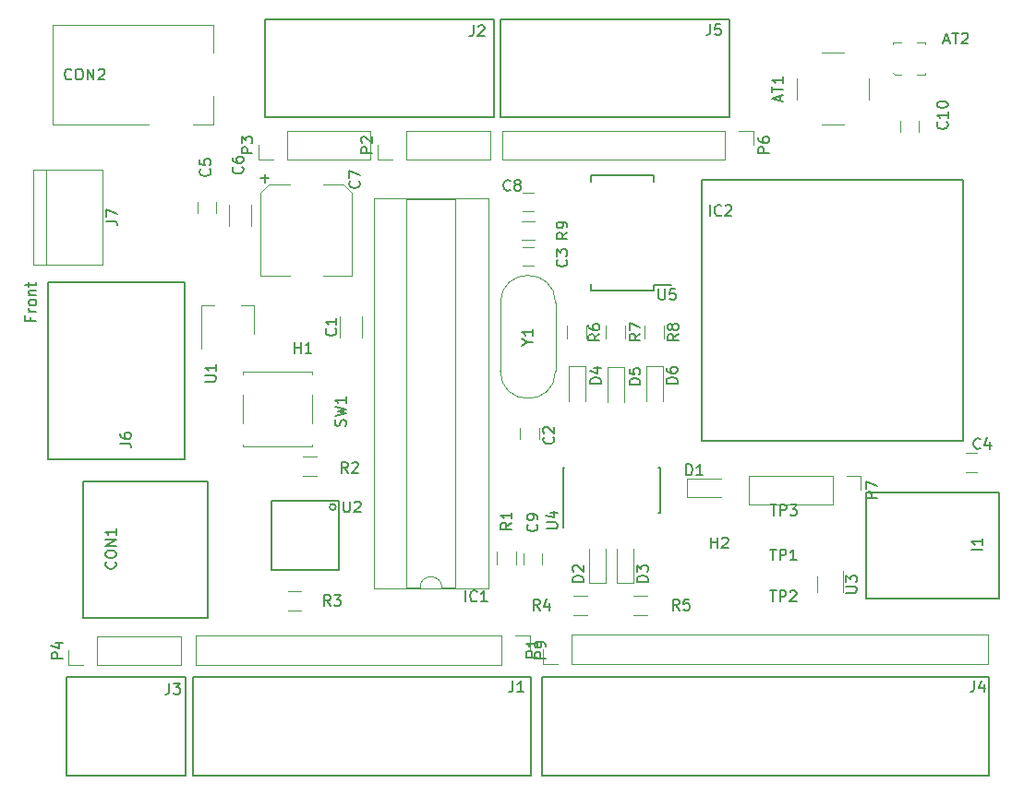
<source format=gto>
G04 #@! TF.GenerationSoftware,KiCad,Pcbnew,(5.1.2)-2*
G04 #@! TF.CreationDate,2019-11-01T20:16:41+11:00*
G04 #@! TF.ProjectId,BoSL_GSP,426f534c-5f47-4535-902e-6b696361645f,0.3*
G04 #@! TF.SameCoordinates,Original*
G04 #@! TF.FileFunction,Legend,Top*
G04 #@! TF.FilePolarity,Positive*
%FSLAX46Y46*%
G04 Gerber Fmt 4.6, Leading zero omitted, Abs format (unit mm)*
G04 Created by KiCad (PCBNEW (5.1.2)-2) date 2019-11-01 20:16:41*
%MOMM*%
%LPD*%
G04 APERTURE LIST*
%ADD10C,0.150000*%
%ADD11C,0.120000*%
G04 APERTURE END LIST*
D10*
X151950000Y-108475000D02*
X151975000Y-108475000D01*
X151950000Y-104325000D02*
X152065000Y-104325000D01*
X160850000Y-104325000D02*
X160735000Y-104325000D01*
X160850000Y-108475000D02*
X160735000Y-108475000D01*
X151950000Y-108475000D02*
X151950000Y-104325000D01*
X160850000Y-108475000D02*
X160850000Y-104325000D01*
X151975000Y-108475000D02*
X151975000Y-109850000D01*
X117250000Y-87380000D02*
X109000000Y-87380000D01*
X117250000Y-103630000D02*
X117250000Y-87380000D01*
X109000000Y-103630000D02*
X117250000Y-103630000D01*
X104750000Y-103630000D02*
X109000000Y-103630000D01*
X104750000Y-87380000D02*
X104750000Y-103630000D01*
X109000000Y-87380000D02*
X104750000Y-87380000D01*
D11*
X146430000Y-73420000D02*
X146430000Y-76080000D01*
X166810000Y-73420000D02*
X146430000Y-73420000D01*
X166810000Y-76080000D02*
X146430000Y-76080000D01*
X166810000Y-73420000D02*
X166810000Y-76080000D01*
X168080000Y-73420000D02*
X169410000Y-73420000D01*
X169410000Y-73420000D02*
X169410000Y-74750000D01*
X190900000Y-122350000D02*
X190900000Y-119690000D01*
X152740000Y-122350000D02*
X190900000Y-122350000D01*
X152740000Y-119690000D02*
X190900000Y-119690000D01*
X152740000Y-122350000D02*
X152740000Y-119690000D01*
X151470000Y-122350000D02*
X150140000Y-122350000D01*
X150140000Y-122350000D02*
X150140000Y-121020000D01*
X161222000Y-91340000D02*
X161222000Y-92540000D01*
X159462000Y-92540000D02*
X159462000Y-91340000D01*
X157666000Y-91340000D02*
X157666000Y-92540000D01*
X155906000Y-92540000D02*
X155906000Y-91340000D01*
X154110000Y-91340000D02*
X154110000Y-92540000D01*
X152350000Y-92540000D02*
X152350000Y-91340000D01*
D10*
X108000000Y-111800000D02*
X108000000Y-118200000D01*
X108000000Y-118200000D02*
X119400000Y-118200000D01*
X119400000Y-105600000D02*
X108000000Y-105600000D01*
X108000000Y-105600000D02*
X108000000Y-112000000D01*
X119400000Y-105600000D02*
X119400000Y-118200000D01*
X164690000Y-101920000D02*
X164690000Y-77920000D01*
X188690000Y-101920000D02*
X164690000Y-101920000D01*
X188690000Y-77920000D02*
X188690000Y-101920000D01*
X164690000Y-77920000D02*
X188690000Y-77920000D01*
X118000000Y-123600000D02*
X118000000Y-124600000D01*
X149000000Y-123600000D02*
X118000000Y-123600000D01*
X149000000Y-124600000D02*
X149000000Y-123600000D01*
X118000000Y-128600000D02*
X118000000Y-132600000D01*
X118000000Y-132600000D02*
X149000000Y-132600000D01*
X149000000Y-132600000D02*
X149000000Y-124600000D01*
X118000000Y-124600000D02*
X118000000Y-128600000D01*
X145600000Y-72200000D02*
X145600000Y-71200000D01*
X124600000Y-72200000D02*
X145600000Y-72200000D01*
X124600000Y-71200000D02*
X124600000Y-72200000D01*
X145600000Y-67200000D02*
X145600000Y-63200000D01*
X145600000Y-63200000D02*
X124600000Y-63200000D01*
X124600000Y-63200000D02*
X124600000Y-71200000D01*
X145600000Y-71200000D02*
X145600000Y-67200000D01*
X106400000Y-123600000D02*
X106400000Y-124600000D01*
X117400000Y-123600000D02*
X106400000Y-123600000D01*
X117400000Y-124600000D02*
X117400000Y-123600000D01*
X106400000Y-128600000D02*
X106400000Y-132600000D01*
X106400000Y-124600000D02*
X106400000Y-128600000D01*
X117400000Y-124600000D02*
X117400000Y-132600000D01*
X117400000Y-132600000D02*
X106400000Y-132600000D01*
X131450000Y-113775000D02*
X131450000Y-107375000D01*
X131450000Y-107375000D02*
X125250000Y-107375000D01*
X125250000Y-107375000D02*
X125250000Y-113775000D01*
X125250000Y-113775000D02*
X131450000Y-113775000D01*
X131132843Y-107975000D02*
G75*
G03X131132843Y-107975000I-282843J0D01*
G01*
X179755000Y-116385000D02*
X179755000Y-106635000D01*
X191955000Y-116385000D02*
X191955000Y-106635000D01*
X191955000Y-106635000D02*
X179755000Y-106635000D01*
X191955000Y-116385000D02*
X191930000Y-116360000D01*
X179755000Y-116385000D02*
X191955000Y-116385000D01*
X167200000Y-72200000D02*
X167200000Y-71200000D01*
X146200000Y-72200000D02*
X167200000Y-72200000D01*
X146200000Y-71200000D02*
X146200000Y-72200000D01*
X167200000Y-67200000D02*
X167200000Y-63200000D01*
X167200000Y-63200000D02*
X146200000Y-63200000D01*
X146200000Y-63200000D02*
X146200000Y-71200000D01*
X167200000Y-71200000D02*
X167200000Y-67200000D01*
X150000000Y-123600000D02*
X150000000Y-124600000D01*
X191000000Y-123600000D02*
X150000000Y-123600000D01*
X191000000Y-124600000D02*
X191000000Y-123600000D01*
X150000000Y-128600000D02*
X150000000Y-132600000D01*
X150000000Y-132600000D02*
X181000000Y-132600000D01*
X150000000Y-124600000D02*
X150000000Y-128600000D01*
X181000000Y-132600000D02*
X186000000Y-132600000D01*
X191000000Y-124600000D02*
X191000000Y-132600000D01*
X191000000Y-132600000D02*
X186000000Y-132600000D01*
D11*
X179990000Y-68600000D02*
X179990000Y-70600000D01*
X173390000Y-68600000D02*
X173390000Y-70600000D01*
X177690000Y-72900000D02*
X175690000Y-72900000D01*
X177690000Y-66300000D02*
X175690000Y-66300000D01*
X131474000Y-90444000D02*
X131474000Y-92444000D01*
X133514000Y-92444000D02*
X133514000Y-90444000D01*
X148050000Y-100750000D02*
X148050000Y-101750000D01*
X149750000Y-101750000D02*
X149750000Y-100750000D01*
X148300000Y-85850000D02*
X149300000Y-85850000D01*
X149300000Y-84150000D02*
X148300000Y-84150000D01*
X188890000Y-104740000D02*
X189890000Y-104740000D01*
X189890000Y-103040000D02*
X188890000Y-103040000D01*
X120150000Y-80950000D02*
X120150000Y-79950000D01*
X118450000Y-79950000D02*
X118450000Y-80950000D01*
X123354000Y-82200000D02*
X123354000Y-80200000D01*
X121314000Y-80200000D02*
X121314000Y-82200000D01*
X124240000Y-86744000D02*
X126920000Y-86744000D01*
X132620000Y-86744000D02*
X129940000Y-86744000D01*
X131860000Y-78364000D02*
X129940000Y-78364000D01*
X125000000Y-78364000D02*
X126920000Y-78364000D01*
X124240000Y-86744000D02*
X124240000Y-79124000D01*
X124240000Y-79124000D02*
X125000000Y-78364000D01*
X131860000Y-78364000D02*
X132620000Y-79124000D01*
X132620000Y-79124000D02*
X132620000Y-86744000D01*
X148300000Y-80850000D02*
X149300000Y-80850000D01*
X149300000Y-79150000D02*
X148300000Y-79150000D01*
X148350000Y-112250000D02*
X148350000Y-113250000D01*
X150050000Y-113250000D02*
X150050000Y-112250000D01*
X114000000Y-72900000D02*
X105200000Y-72900000D01*
X105200000Y-72900000D02*
X105200000Y-63700000D01*
X119900000Y-70200000D02*
X119900000Y-72900000D01*
X119900000Y-72900000D02*
X118000000Y-72900000D01*
X105200000Y-63700000D02*
X119900000Y-63700000D01*
X119900000Y-63700000D02*
X119900000Y-66300000D01*
X163300000Y-105350000D02*
X163300000Y-107050000D01*
X163300000Y-107050000D02*
X166450000Y-107050000D01*
X163300000Y-105350000D02*
X166450000Y-105350000D01*
X155850000Y-111780000D02*
X155850000Y-114980000D01*
X154350000Y-114980000D02*
X154350000Y-111780000D01*
X154350000Y-114980000D02*
X155850000Y-114980000D01*
X158390000Y-111780000D02*
X158390000Y-114980000D01*
X156890000Y-114980000D02*
X156890000Y-111780000D01*
X156890000Y-114980000D02*
X158390000Y-114980000D01*
X152480000Y-98260000D02*
X152480000Y-95060000D01*
X153980000Y-95060000D02*
X153980000Y-98260000D01*
X153980000Y-95060000D02*
X152480000Y-95060000D01*
X156036000Y-98340000D02*
X156036000Y-95140000D01*
X157536000Y-95140000D02*
X157536000Y-98340000D01*
X157536000Y-95140000D02*
X156036000Y-95140000D01*
X159592000Y-98260000D02*
X159592000Y-95060000D01*
X161092000Y-95060000D02*
X161092000Y-98260000D01*
X161092000Y-95060000D02*
X159592000Y-95060000D01*
X138860000Y-115380000D02*
G75*
G02X140860000Y-115380000I1000000J0D01*
G01*
X140860000Y-115380000D02*
X142110000Y-115380000D01*
X142110000Y-115380000D02*
X142110000Y-79700000D01*
X142110000Y-79700000D02*
X137610000Y-79700000D01*
X137610000Y-79700000D02*
X137610000Y-115380000D01*
X137610000Y-115380000D02*
X138860000Y-115380000D01*
X145110000Y-115440000D02*
X145110000Y-79640000D01*
X145110000Y-79640000D02*
X134610000Y-79640000D01*
X134610000Y-79640000D02*
X134610000Y-115440000D01*
X134610000Y-115440000D02*
X145110000Y-115440000D01*
X145272000Y-76080000D02*
X145272000Y-73420000D01*
X137592000Y-76080000D02*
X145272000Y-76080000D01*
X137592000Y-73420000D02*
X145272000Y-73420000D01*
X137592000Y-76080000D02*
X137592000Y-73420000D01*
X136322000Y-76080000D02*
X134992000Y-76080000D01*
X134992000Y-76080000D02*
X134992000Y-74750000D01*
X134310000Y-76080000D02*
X134310000Y-73420000D01*
X126630000Y-76080000D02*
X134310000Y-76080000D01*
X126630000Y-73420000D02*
X134310000Y-73420000D01*
X126630000Y-76080000D02*
X126630000Y-73420000D01*
X125360000Y-76080000D02*
X124030000Y-76080000D01*
X124030000Y-76080000D02*
X124030000Y-74750000D01*
X116900000Y-122488000D02*
X116900000Y-119828000D01*
X109220000Y-122488000D02*
X116900000Y-122488000D01*
X109220000Y-119828000D02*
X116900000Y-119828000D01*
X109220000Y-122488000D02*
X109220000Y-119828000D01*
X107950000Y-122488000D02*
X106620000Y-122488000D01*
X106620000Y-122488000D02*
X106620000Y-121158000D01*
X169010000Y-105100000D02*
X169010000Y-107760000D01*
X176690000Y-105100000D02*
X169010000Y-105100000D01*
X176690000Y-107760000D02*
X169010000Y-107760000D01*
X176690000Y-105100000D02*
X176690000Y-107760000D01*
X177960000Y-105100000D02*
X179290000Y-105100000D01*
X179290000Y-105100000D02*
X179290000Y-106430000D01*
X145920000Y-113250000D02*
X145920000Y-112050000D01*
X147680000Y-112050000D02*
X147680000Y-113250000D01*
X129350000Y-105080000D02*
X128150000Y-105080000D01*
X128150000Y-103320000D02*
X129350000Y-103320000D01*
X127950000Y-117480000D02*
X126750000Y-117480000D01*
X126750000Y-115720000D02*
X127950000Y-115720000D01*
X152950000Y-116120000D02*
X154150000Y-116120000D01*
X154150000Y-117880000D02*
X152950000Y-117880000D01*
X159650000Y-117880000D02*
X158450000Y-117880000D01*
X158450000Y-116120000D02*
X159650000Y-116120000D01*
X128950000Y-102200000D02*
X128950000Y-102450000D01*
X128950000Y-102450000D02*
X122650000Y-102450000D01*
X122650000Y-102450000D02*
X122650000Y-102200000D01*
X128950000Y-97700000D02*
X128950000Y-100300000D01*
X122650000Y-95800000D02*
X122650000Y-95550000D01*
X122650000Y-95550000D02*
X128950000Y-95550000D01*
X128950000Y-95550000D02*
X128950000Y-95800000D01*
X122650000Y-100300000D02*
X122650000Y-97700000D01*
X122400000Y-89420000D02*
X123600000Y-89420000D01*
X123600000Y-89420000D02*
X123600000Y-92120000D01*
X118800000Y-93420000D02*
X118800000Y-89420000D01*
X118800000Y-89420000D02*
X120000000Y-89420000D01*
X177610000Y-115770000D02*
X177610000Y-113870000D01*
X175290000Y-114370000D02*
X175290000Y-115770000D01*
D10*
X160261000Y-88133000D02*
X160261000Y-87558000D01*
X154511000Y-88133000D02*
X154511000Y-87483000D01*
X154511000Y-77483000D02*
X154511000Y-78133000D01*
X160261000Y-77483000D02*
X160261000Y-78133000D01*
X160261000Y-88133000D02*
X154511000Y-88133000D01*
X160261000Y-77483000D02*
X154511000Y-77483000D01*
X160261000Y-87558000D02*
X161861000Y-87558000D01*
D11*
X151275000Y-89235000D02*
X151275000Y-95485000D01*
X146225000Y-89235000D02*
X146225000Y-95485000D01*
X146225000Y-89235000D02*
G75*
G02X151275000Y-89235000I2525000J0D01*
G01*
X146225000Y-95485000D02*
G75*
G03X151275000Y-95485000I2525000J0D01*
G01*
X118316000Y-119782000D02*
X118316000Y-122442000D01*
X146316000Y-119782000D02*
X118316000Y-119782000D01*
X146316000Y-122442000D02*
X118316000Y-122442000D01*
X146316000Y-119782000D02*
X146316000Y-122442000D01*
X147586000Y-119782000D02*
X148916000Y-119782000D01*
X148916000Y-119782000D02*
X148916000Y-121112000D01*
X103370000Y-77050000D02*
X103370000Y-85750000D01*
X109780000Y-77050000D02*
X109780000Y-85750000D01*
X109780000Y-85750000D02*
X103370000Y-85750000D01*
X104600000Y-85750000D02*
X104600000Y-77050000D01*
X103370000Y-77050000D02*
X109780000Y-77050000D01*
X148200000Y-81720000D02*
X149400000Y-81720000D01*
X149400000Y-83480000D02*
X148200000Y-83480000D01*
X182200000Y-65300000D02*
X183000000Y-65300000D01*
X182200000Y-65500000D02*
X182200000Y-65300000D01*
X185200000Y-65300000D02*
X185200000Y-65500000D01*
X184400000Y-65300000D02*
X185200000Y-65300000D01*
X185200000Y-68300000D02*
X184400000Y-68300000D01*
X185200000Y-68100000D02*
X185200000Y-68300000D01*
X182400000Y-68300000D02*
X182200000Y-68100000D01*
X183000000Y-68300000D02*
X182400000Y-68300000D01*
X182850000Y-72550000D02*
X182850000Y-73550000D01*
X184550000Y-73550000D02*
X184550000Y-72550000D01*
D10*
X150452380Y-109961904D02*
X151261904Y-109961904D01*
X151357142Y-109914285D01*
X151404761Y-109866666D01*
X151452380Y-109771428D01*
X151452380Y-109580952D01*
X151404761Y-109485714D01*
X151357142Y-109438095D01*
X151261904Y-109390476D01*
X150452380Y-109390476D01*
X150785714Y-108485714D02*
X151452380Y-108485714D01*
X150404761Y-108723809D02*
X151119047Y-108961904D01*
X151119047Y-108342857D01*
X127338095Y-93852380D02*
X127338095Y-92852380D01*
X127338095Y-93328571D02*
X127909523Y-93328571D01*
X127909523Y-93852380D02*
X127909523Y-92852380D01*
X128909523Y-93852380D02*
X128338095Y-93852380D01*
X128623809Y-93852380D02*
X128623809Y-92852380D01*
X128528571Y-92995238D01*
X128433333Y-93090476D01*
X128338095Y-93138095D01*
X165538095Y-111752380D02*
X165538095Y-110752380D01*
X165538095Y-111228571D02*
X166109523Y-111228571D01*
X166109523Y-111752380D02*
X166109523Y-110752380D01*
X166538095Y-110847619D02*
X166585714Y-110800000D01*
X166680952Y-110752380D01*
X166919047Y-110752380D01*
X167014285Y-110800000D01*
X167061904Y-110847619D01*
X167109523Y-110942857D01*
X167109523Y-111038095D01*
X167061904Y-111180952D01*
X166490476Y-111752380D01*
X167109523Y-111752380D01*
X111352380Y-102133333D02*
X112066666Y-102133333D01*
X112209523Y-102180952D01*
X112304761Y-102276190D01*
X112352380Y-102419047D01*
X112352380Y-102514285D01*
X111352380Y-101228571D02*
X111352380Y-101419047D01*
X111400000Y-101514285D01*
X111447619Y-101561904D01*
X111590476Y-101657142D01*
X111780952Y-101704761D01*
X112161904Y-101704761D01*
X112257142Y-101657142D01*
X112304761Y-101609523D01*
X112352380Y-101514285D01*
X112352380Y-101323809D01*
X112304761Y-101228571D01*
X112257142Y-101180952D01*
X112161904Y-101133333D01*
X111923809Y-101133333D01*
X111828571Y-101180952D01*
X111780952Y-101228571D01*
X111733333Y-101323809D01*
X111733333Y-101514285D01*
X111780952Y-101609523D01*
X111828571Y-101657142D01*
X111923809Y-101704761D01*
X103128571Y-90557142D02*
X103128571Y-90890476D01*
X103652380Y-90890476D02*
X102652380Y-90890476D01*
X102652380Y-90414285D01*
X103652380Y-90033333D02*
X102985714Y-90033333D01*
X103176190Y-90033333D02*
X103080952Y-89985714D01*
X103033333Y-89938095D01*
X102985714Y-89842857D01*
X102985714Y-89747619D01*
X103652380Y-89271428D02*
X103604761Y-89366666D01*
X103557142Y-89414285D01*
X103461904Y-89461904D01*
X103176190Y-89461904D01*
X103080952Y-89414285D01*
X103033333Y-89366666D01*
X102985714Y-89271428D01*
X102985714Y-89128571D01*
X103033333Y-89033333D01*
X103080952Y-88985714D01*
X103176190Y-88938095D01*
X103461904Y-88938095D01*
X103557142Y-88985714D01*
X103604761Y-89033333D01*
X103652380Y-89128571D01*
X103652380Y-89271428D01*
X102985714Y-88509523D02*
X103652380Y-88509523D01*
X103080952Y-88509523D02*
X103033333Y-88461904D01*
X102985714Y-88366666D01*
X102985714Y-88223809D01*
X103033333Y-88128571D01*
X103128571Y-88080952D01*
X103652380Y-88080952D01*
X102985714Y-87747619D02*
X102985714Y-87366666D01*
X102652380Y-87604761D02*
X103509523Y-87604761D01*
X103604761Y-87557142D01*
X103652380Y-87461904D01*
X103652380Y-87366666D01*
X170862380Y-75488095D02*
X169862380Y-75488095D01*
X169862380Y-75107142D01*
X169910000Y-75011904D01*
X169957619Y-74964285D01*
X170052857Y-74916666D01*
X170195714Y-74916666D01*
X170290952Y-74964285D01*
X170338571Y-75011904D01*
X170386190Y-75107142D01*
X170386190Y-75488095D01*
X169862380Y-74059523D02*
X169862380Y-74250000D01*
X169910000Y-74345238D01*
X169957619Y-74392857D01*
X170100476Y-74488095D01*
X170290952Y-74535714D01*
X170671904Y-74535714D01*
X170767142Y-74488095D01*
X170814761Y-74440476D01*
X170862380Y-74345238D01*
X170862380Y-74154761D01*
X170814761Y-74059523D01*
X170767142Y-74011904D01*
X170671904Y-73964285D01*
X170433809Y-73964285D01*
X170338571Y-74011904D01*
X170290952Y-74059523D01*
X170243333Y-74154761D01*
X170243333Y-74345238D01*
X170290952Y-74440476D01*
X170338571Y-74488095D01*
X170433809Y-74535714D01*
X149592380Y-121758095D02*
X148592380Y-121758095D01*
X148592380Y-121377142D01*
X148640000Y-121281904D01*
X148687619Y-121234285D01*
X148782857Y-121186666D01*
X148925714Y-121186666D01*
X149020952Y-121234285D01*
X149068571Y-121281904D01*
X149116190Y-121377142D01*
X149116190Y-121758095D01*
X149592380Y-120234285D02*
X149592380Y-120805714D01*
X149592380Y-120520000D02*
X148592380Y-120520000D01*
X148735238Y-120615238D01*
X148830476Y-120710476D01*
X148878095Y-120805714D01*
X162552380Y-92106666D02*
X162076190Y-92440000D01*
X162552380Y-92678095D02*
X161552380Y-92678095D01*
X161552380Y-92297142D01*
X161600000Y-92201904D01*
X161647619Y-92154285D01*
X161742857Y-92106666D01*
X161885714Y-92106666D01*
X161980952Y-92154285D01*
X162028571Y-92201904D01*
X162076190Y-92297142D01*
X162076190Y-92678095D01*
X161980952Y-91535238D02*
X161933333Y-91630476D01*
X161885714Y-91678095D01*
X161790476Y-91725714D01*
X161742857Y-91725714D01*
X161647619Y-91678095D01*
X161600000Y-91630476D01*
X161552380Y-91535238D01*
X161552380Y-91344761D01*
X161600000Y-91249523D01*
X161647619Y-91201904D01*
X161742857Y-91154285D01*
X161790476Y-91154285D01*
X161885714Y-91201904D01*
X161933333Y-91249523D01*
X161980952Y-91344761D01*
X161980952Y-91535238D01*
X162028571Y-91630476D01*
X162076190Y-91678095D01*
X162171428Y-91725714D01*
X162361904Y-91725714D01*
X162457142Y-91678095D01*
X162504761Y-91630476D01*
X162552380Y-91535238D01*
X162552380Y-91344761D01*
X162504761Y-91249523D01*
X162457142Y-91201904D01*
X162361904Y-91154285D01*
X162171428Y-91154285D01*
X162076190Y-91201904D01*
X162028571Y-91249523D01*
X161980952Y-91344761D01*
X159052380Y-92066666D02*
X158576190Y-92400000D01*
X159052380Y-92638095D02*
X158052380Y-92638095D01*
X158052380Y-92257142D01*
X158100000Y-92161904D01*
X158147619Y-92114285D01*
X158242857Y-92066666D01*
X158385714Y-92066666D01*
X158480952Y-92114285D01*
X158528571Y-92161904D01*
X158576190Y-92257142D01*
X158576190Y-92638095D01*
X158052380Y-91733333D02*
X158052380Y-91066666D01*
X159052380Y-91495238D01*
X155312380Y-92106666D02*
X154836190Y-92440000D01*
X155312380Y-92678095D02*
X154312380Y-92678095D01*
X154312380Y-92297142D01*
X154360000Y-92201904D01*
X154407619Y-92154285D01*
X154502857Y-92106666D01*
X154645714Y-92106666D01*
X154740952Y-92154285D01*
X154788571Y-92201904D01*
X154836190Y-92297142D01*
X154836190Y-92678095D01*
X154312380Y-91249523D02*
X154312380Y-91440000D01*
X154360000Y-91535238D01*
X154407619Y-91582857D01*
X154550476Y-91678095D01*
X154740952Y-91725714D01*
X155121904Y-91725714D01*
X155217142Y-91678095D01*
X155264761Y-91630476D01*
X155312380Y-91535238D01*
X155312380Y-91344761D01*
X155264761Y-91249523D01*
X155217142Y-91201904D01*
X155121904Y-91154285D01*
X154883809Y-91154285D01*
X154788571Y-91201904D01*
X154740952Y-91249523D01*
X154693333Y-91344761D01*
X154693333Y-91535238D01*
X154740952Y-91630476D01*
X154788571Y-91678095D01*
X154883809Y-91725714D01*
X110897142Y-113014285D02*
X110944761Y-113061904D01*
X110992380Y-113204761D01*
X110992380Y-113300000D01*
X110944761Y-113442857D01*
X110849523Y-113538095D01*
X110754285Y-113585714D01*
X110563809Y-113633333D01*
X110420952Y-113633333D01*
X110230476Y-113585714D01*
X110135238Y-113538095D01*
X110040000Y-113442857D01*
X109992380Y-113300000D01*
X109992380Y-113204761D01*
X110040000Y-113061904D01*
X110087619Y-113014285D01*
X109992380Y-112395238D02*
X109992380Y-112204761D01*
X110040000Y-112109523D01*
X110135238Y-112014285D01*
X110325714Y-111966666D01*
X110659047Y-111966666D01*
X110849523Y-112014285D01*
X110944761Y-112109523D01*
X110992380Y-112204761D01*
X110992380Y-112395238D01*
X110944761Y-112490476D01*
X110849523Y-112585714D01*
X110659047Y-112633333D01*
X110325714Y-112633333D01*
X110135238Y-112585714D01*
X110040000Y-112490476D01*
X109992380Y-112395238D01*
X110992380Y-111538095D02*
X109992380Y-111538095D01*
X110992380Y-110966666D01*
X109992380Y-110966666D01*
X110992380Y-109966666D02*
X110992380Y-110538095D01*
X110992380Y-110252380D02*
X109992380Y-110252380D01*
X110135238Y-110347619D01*
X110230476Y-110442857D01*
X110278095Y-110538095D01*
X165423809Y-81252380D02*
X165423809Y-80252380D01*
X166471428Y-81157142D02*
X166423809Y-81204761D01*
X166280952Y-81252380D01*
X166185714Y-81252380D01*
X166042857Y-81204761D01*
X165947619Y-81109523D01*
X165900000Y-81014285D01*
X165852380Y-80823809D01*
X165852380Y-80680952D01*
X165900000Y-80490476D01*
X165947619Y-80395238D01*
X166042857Y-80300000D01*
X166185714Y-80252380D01*
X166280952Y-80252380D01*
X166423809Y-80300000D01*
X166471428Y-80347619D01*
X166852380Y-80347619D02*
X166900000Y-80300000D01*
X166995238Y-80252380D01*
X167233333Y-80252380D01*
X167328571Y-80300000D01*
X167376190Y-80347619D01*
X167423809Y-80442857D01*
X167423809Y-80538095D01*
X167376190Y-80680952D01*
X166804761Y-81252380D01*
X167423809Y-81252380D01*
X147366666Y-123952380D02*
X147366666Y-124666666D01*
X147319047Y-124809523D01*
X147223809Y-124904761D01*
X147080952Y-124952380D01*
X146985714Y-124952380D01*
X148366666Y-124952380D02*
X147795238Y-124952380D01*
X148080952Y-124952380D02*
X148080952Y-123952380D01*
X147985714Y-124095238D01*
X147890476Y-124190476D01*
X147795238Y-124238095D01*
X143766666Y-63752380D02*
X143766666Y-64466666D01*
X143719047Y-64609523D01*
X143623809Y-64704761D01*
X143480952Y-64752380D01*
X143385714Y-64752380D01*
X144195238Y-63847619D02*
X144242857Y-63800000D01*
X144338095Y-63752380D01*
X144576190Y-63752380D01*
X144671428Y-63800000D01*
X144719047Y-63847619D01*
X144766666Y-63942857D01*
X144766666Y-64038095D01*
X144719047Y-64180952D01*
X144147619Y-64752380D01*
X144766666Y-64752380D01*
X115866666Y-124152380D02*
X115866666Y-124866666D01*
X115819047Y-125009523D01*
X115723809Y-125104761D01*
X115580952Y-125152380D01*
X115485714Y-125152380D01*
X116247619Y-124152380D02*
X116866666Y-124152380D01*
X116533333Y-124533333D01*
X116676190Y-124533333D01*
X116771428Y-124580952D01*
X116819047Y-124628571D01*
X116866666Y-124723809D01*
X116866666Y-124961904D01*
X116819047Y-125057142D01*
X116771428Y-125104761D01*
X116676190Y-125152380D01*
X116390476Y-125152380D01*
X116295238Y-125104761D01*
X116247619Y-125057142D01*
X131838095Y-107452380D02*
X131838095Y-108261904D01*
X131885714Y-108357142D01*
X131933333Y-108404761D01*
X132028571Y-108452380D01*
X132219047Y-108452380D01*
X132314285Y-108404761D01*
X132361904Y-108357142D01*
X132409523Y-108261904D01*
X132409523Y-107452380D01*
X132838095Y-107547619D02*
X132885714Y-107500000D01*
X132980952Y-107452380D01*
X133219047Y-107452380D01*
X133314285Y-107500000D01*
X133361904Y-107547619D01*
X133409523Y-107642857D01*
X133409523Y-107738095D01*
X133361904Y-107880952D01*
X132790476Y-108452380D01*
X133409523Y-108452380D01*
X190432380Y-111886190D02*
X189432380Y-111886190D01*
X190432380Y-110886190D02*
X190432380Y-111457619D01*
X190432380Y-111171904D02*
X189432380Y-111171904D01*
X189575238Y-111267142D01*
X189670476Y-111362380D01*
X189718095Y-111457619D01*
X165466666Y-63652380D02*
X165466666Y-64366666D01*
X165419047Y-64509523D01*
X165323809Y-64604761D01*
X165180952Y-64652380D01*
X165085714Y-64652380D01*
X166419047Y-63652380D02*
X165942857Y-63652380D01*
X165895238Y-64128571D01*
X165942857Y-64080952D01*
X166038095Y-64033333D01*
X166276190Y-64033333D01*
X166371428Y-64080952D01*
X166419047Y-64128571D01*
X166466666Y-64223809D01*
X166466666Y-64461904D01*
X166419047Y-64557142D01*
X166371428Y-64604761D01*
X166276190Y-64652380D01*
X166038095Y-64652380D01*
X165942857Y-64604761D01*
X165895238Y-64557142D01*
X189666666Y-123952380D02*
X189666666Y-124666666D01*
X189619047Y-124809523D01*
X189523809Y-124904761D01*
X189380952Y-124952380D01*
X189285714Y-124952380D01*
X190571428Y-124285714D02*
X190571428Y-124952380D01*
X190333333Y-123904761D02*
X190095238Y-124619047D01*
X190714285Y-124619047D01*
X171870666Y-70691238D02*
X171870666Y-70215047D01*
X172156380Y-70786476D02*
X171156380Y-70453142D01*
X172156380Y-70119809D01*
X171156380Y-69929333D02*
X171156380Y-69357904D01*
X172156380Y-69643619D02*
X171156380Y-69643619D01*
X172156380Y-68500761D02*
X172156380Y-69072190D01*
X172156380Y-68786476D02*
X171156380Y-68786476D01*
X171299238Y-68881714D01*
X171394476Y-68976952D01*
X171442095Y-69072190D01*
X131101142Y-91610666D02*
X131148761Y-91658285D01*
X131196380Y-91801142D01*
X131196380Y-91896380D01*
X131148761Y-92039238D01*
X131053523Y-92134476D01*
X130958285Y-92182095D01*
X130767809Y-92229714D01*
X130624952Y-92229714D01*
X130434476Y-92182095D01*
X130339238Y-92134476D01*
X130244000Y-92039238D01*
X130196380Y-91896380D01*
X130196380Y-91801142D01*
X130244000Y-91658285D01*
X130291619Y-91610666D01*
X131196380Y-90658285D02*
X131196380Y-91229714D01*
X131196380Y-90944000D02*
X130196380Y-90944000D01*
X130339238Y-91039238D01*
X130434476Y-91134476D01*
X130482095Y-91229714D01*
X151057142Y-101566666D02*
X151104761Y-101614285D01*
X151152380Y-101757142D01*
X151152380Y-101852380D01*
X151104761Y-101995238D01*
X151009523Y-102090476D01*
X150914285Y-102138095D01*
X150723809Y-102185714D01*
X150580952Y-102185714D01*
X150390476Y-102138095D01*
X150295238Y-102090476D01*
X150200000Y-101995238D01*
X150152380Y-101852380D01*
X150152380Y-101757142D01*
X150200000Y-101614285D01*
X150247619Y-101566666D01*
X150247619Y-101185714D02*
X150200000Y-101138095D01*
X150152380Y-101042857D01*
X150152380Y-100804761D01*
X150200000Y-100709523D01*
X150247619Y-100661904D01*
X150342857Y-100614285D01*
X150438095Y-100614285D01*
X150580952Y-100661904D01*
X151152380Y-101233333D01*
X151152380Y-100614285D01*
X152257142Y-85266666D02*
X152304761Y-85314285D01*
X152352380Y-85457142D01*
X152352380Y-85552380D01*
X152304761Y-85695238D01*
X152209523Y-85790476D01*
X152114285Y-85838095D01*
X151923809Y-85885714D01*
X151780952Y-85885714D01*
X151590476Y-85838095D01*
X151495238Y-85790476D01*
X151400000Y-85695238D01*
X151352380Y-85552380D01*
X151352380Y-85457142D01*
X151400000Y-85314285D01*
X151447619Y-85266666D01*
X151352380Y-84933333D02*
X151352380Y-84314285D01*
X151733333Y-84647619D01*
X151733333Y-84504761D01*
X151780952Y-84409523D01*
X151828571Y-84361904D01*
X151923809Y-84314285D01*
X152161904Y-84314285D01*
X152257142Y-84361904D01*
X152304761Y-84409523D01*
X152352380Y-84504761D01*
X152352380Y-84790476D01*
X152304761Y-84885714D01*
X152257142Y-84933333D01*
X190233333Y-102557142D02*
X190185714Y-102604761D01*
X190042857Y-102652380D01*
X189947619Y-102652380D01*
X189804761Y-102604761D01*
X189709523Y-102509523D01*
X189661904Y-102414285D01*
X189614285Y-102223809D01*
X189614285Y-102080952D01*
X189661904Y-101890476D01*
X189709523Y-101795238D01*
X189804761Y-101700000D01*
X189947619Y-101652380D01*
X190042857Y-101652380D01*
X190185714Y-101700000D01*
X190233333Y-101747619D01*
X191090476Y-101985714D02*
X191090476Y-102652380D01*
X190852380Y-101604761D02*
X190614285Y-102319047D01*
X191233333Y-102319047D01*
X119557142Y-76966666D02*
X119604761Y-77014285D01*
X119652380Y-77157142D01*
X119652380Y-77252380D01*
X119604761Y-77395238D01*
X119509523Y-77490476D01*
X119414285Y-77538095D01*
X119223809Y-77585714D01*
X119080952Y-77585714D01*
X118890476Y-77538095D01*
X118795238Y-77490476D01*
X118700000Y-77395238D01*
X118652380Y-77252380D01*
X118652380Y-77157142D01*
X118700000Y-77014285D01*
X118747619Y-76966666D01*
X118652380Y-76061904D02*
X118652380Y-76538095D01*
X119128571Y-76585714D01*
X119080952Y-76538095D01*
X119033333Y-76442857D01*
X119033333Y-76204761D01*
X119080952Y-76109523D01*
X119128571Y-76061904D01*
X119223809Y-76014285D01*
X119461904Y-76014285D01*
X119557142Y-76061904D01*
X119604761Y-76109523D01*
X119652380Y-76204761D01*
X119652380Y-76442857D01*
X119604761Y-76538095D01*
X119557142Y-76585714D01*
X122557142Y-76766666D02*
X122604761Y-76814285D01*
X122652380Y-76957142D01*
X122652380Y-77052380D01*
X122604761Y-77195238D01*
X122509523Y-77290476D01*
X122414285Y-77338095D01*
X122223809Y-77385714D01*
X122080952Y-77385714D01*
X121890476Y-77338095D01*
X121795238Y-77290476D01*
X121700000Y-77195238D01*
X121652380Y-77052380D01*
X121652380Y-76957142D01*
X121700000Y-76814285D01*
X121747619Y-76766666D01*
X121652380Y-75909523D02*
X121652380Y-76100000D01*
X121700000Y-76195238D01*
X121747619Y-76242857D01*
X121890476Y-76338095D01*
X122080952Y-76385714D01*
X122461904Y-76385714D01*
X122557142Y-76338095D01*
X122604761Y-76290476D01*
X122652380Y-76195238D01*
X122652380Y-76004761D01*
X122604761Y-75909523D01*
X122557142Y-75861904D01*
X122461904Y-75814285D01*
X122223809Y-75814285D01*
X122128571Y-75861904D01*
X122080952Y-75909523D01*
X122033333Y-76004761D01*
X122033333Y-76195238D01*
X122080952Y-76290476D01*
X122128571Y-76338095D01*
X122223809Y-76385714D01*
X133257142Y-78066666D02*
X133304761Y-78114285D01*
X133352380Y-78257142D01*
X133352380Y-78352380D01*
X133304761Y-78495238D01*
X133209523Y-78590476D01*
X133114285Y-78638095D01*
X132923809Y-78685714D01*
X132780952Y-78685714D01*
X132590476Y-78638095D01*
X132495238Y-78590476D01*
X132400000Y-78495238D01*
X132352380Y-78352380D01*
X132352380Y-78257142D01*
X132400000Y-78114285D01*
X132447619Y-78066666D01*
X132352380Y-77733333D02*
X132352380Y-77066666D01*
X133352380Y-77495238D01*
X124601428Y-78154952D02*
X124601428Y-77393047D01*
X124982380Y-77774000D02*
X124220476Y-77774000D01*
X124601428Y-78154952D02*
X124601428Y-77393047D01*
X124982380Y-77774000D02*
X124220476Y-77774000D01*
X147133333Y-78857142D02*
X147085714Y-78904761D01*
X146942857Y-78952380D01*
X146847619Y-78952380D01*
X146704761Y-78904761D01*
X146609523Y-78809523D01*
X146561904Y-78714285D01*
X146514285Y-78523809D01*
X146514285Y-78380952D01*
X146561904Y-78190476D01*
X146609523Y-78095238D01*
X146704761Y-78000000D01*
X146847619Y-77952380D01*
X146942857Y-77952380D01*
X147085714Y-78000000D01*
X147133333Y-78047619D01*
X147704761Y-78380952D02*
X147609523Y-78333333D01*
X147561904Y-78285714D01*
X147514285Y-78190476D01*
X147514285Y-78142857D01*
X147561904Y-78047619D01*
X147609523Y-78000000D01*
X147704761Y-77952380D01*
X147895238Y-77952380D01*
X147990476Y-78000000D01*
X148038095Y-78047619D01*
X148085714Y-78142857D01*
X148085714Y-78190476D01*
X148038095Y-78285714D01*
X147990476Y-78333333D01*
X147895238Y-78380952D01*
X147704761Y-78380952D01*
X147609523Y-78428571D01*
X147561904Y-78476190D01*
X147514285Y-78571428D01*
X147514285Y-78761904D01*
X147561904Y-78857142D01*
X147609523Y-78904761D01*
X147704761Y-78952380D01*
X147895238Y-78952380D01*
X147990476Y-78904761D01*
X148038095Y-78857142D01*
X148085714Y-78761904D01*
X148085714Y-78571428D01*
X148038095Y-78476190D01*
X147990476Y-78428571D01*
X147895238Y-78380952D01*
X149557142Y-109566666D02*
X149604761Y-109614285D01*
X149652380Y-109757142D01*
X149652380Y-109852380D01*
X149604761Y-109995238D01*
X149509523Y-110090476D01*
X149414285Y-110138095D01*
X149223809Y-110185714D01*
X149080952Y-110185714D01*
X148890476Y-110138095D01*
X148795238Y-110090476D01*
X148700000Y-109995238D01*
X148652380Y-109852380D01*
X148652380Y-109757142D01*
X148700000Y-109614285D01*
X148747619Y-109566666D01*
X149652380Y-109090476D02*
X149652380Y-108900000D01*
X149604761Y-108804761D01*
X149557142Y-108757142D01*
X149414285Y-108661904D01*
X149223809Y-108614285D01*
X148842857Y-108614285D01*
X148747619Y-108661904D01*
X148700000Y-108709523D01*
X148652380Y-108804761D01*
X148652380Y-108995238D01*
X148700000Y-109090476D01*
X148747619Y-109138095D01*
X148842857Y-109185714D01*
X149080952Y-109185714D01*
X149176190Y-109138095D01*
X149223809Y-109090476D01*
X149271428Y-108995238D01*
X149271428Y-108804761D01*
X149223809Y-108709523D01*
X149176190Y-108661904D01*
X149080952Y-108614285D01*
X106885714Y-68657142D02*
X106838095Y-68704761D01*
X106695238Y-68752380D01*
X106600000Y-68752380D01*
X106457142Y-68704761D01*
X106361904Y-68609523D01*
X106314285Y-68514285D01*
X106266666Y-68323809D01*
X106266666Y-68180952D01*
X106314285Y-67990476D01*
X106361904Y-67895238D01*
X106457142Y-67800000D01*
X106600000Y-67752380D01*
X106695238Y-67752380D01*
X106838095Y-67800000D01*
X106885714Y-67847619D01*
X107504761Y-67752380D02*
X107695238Y-67752380D01*
X107790476Y-67800000D01*
X107885714Y-67895238D01*
X107933333Y-68085714D01*
X107933333Y-68419047D01*
X107885714Y-68609523D01*
X107790476Y-68704761D01*
X107695238Y-68752380D01*
X107504761Y-68752380D01*
X107409523Y-68704761D01*
X107314285Y-68609523D01*
X107266666Y-68419047D01*
X107266666Y-68085714D01*
X107314285Y-67895238D01*
X107409523Y-67800000D01*
X107504761Y-67752380D01*
X108361904Y-68752380D02*
X108361904Y-67752380D01*
X108933333Y-68752380D01*
X108933333Y-67752380D01*
X109361904Y-67847619D02*
X109409523Y-67800000D01*
X109504761Y-67752380D01*
X109742857Y-67752380D01*
X109838095Y-67800000D01*
X109885714Y-67847619D01*
X109933333Y-67942857D01*
X109933333Y-68038095D01*
X109885714Y-68180952D01*
X109314285Y-68752380D01*
X109933333Y-68752380D01*
X163261904Y-105052380D02*
X163261904Y-104052380D01*
X163500000Y-104052380D01*
X163642857Y-104100000D01*
X163738095Y-104195238D01*
X163785714Y-104290476D01*
X163833333Y-104480952D01*
X163833333Y-104623809D01*
X163785714Y-104814285D01*
X163738095Y-104909523D01*
X163642857Y-105004761D01*
X163500000Y-105052380D01*
X163261904Y-105052380D01*
X164785714Y-105052380D02*
X164214285Y-105052380D01*
X164500000Y-105052380D02*
X164500000Y-104052380D01*
X164404761Y-104195238D01*
X164309523Y-104290476D01*
X164214285Y-104338095D01*
X153852380Y-114838095D02*
X152852380Y-114838095D01*
X152852380Y-114600000D01*
X152900000Y-114457142D01*
X152995238Y-114361904D01*
X153090476Y-114314285D01*
X153280952Y-114266666D01*
X153423809Y-114266666D01*
X153614285Y-114314285D01*
X153709523Y-114361904D01*
X153804761Y-114457142D01*
X153852380Y-114600000D01*
X153852380Y-114838095D01*
X152947619Y-113885714D02*
X152900000Y-113838095D01*
X152852380Y-113742857D01*
X152852380Y-113504761D01*
X152900000Y-113409523D01*
X152947619Y-113361904D01*
X153042857Y-113314285D01*
X153138095Y-113314285D01*
X153280952Y-113361904D01*
X153852380Y-113933333D01*
X153852380Y-113314285D01*
X159752380Y-114838095D02*
X158752380Y-114838095D01*
X158752380Y-114600000D01*
X158800000Y-114457142D01*
X158895238Y-114361904D01*
X158990476Y-114314285D01*
X159180952Y-114266666D01*
X159323809Y-114266666D01*
X159514285Y-114314285D01*
X159609523Y-114361904D01*
X159704761Y-114457142D01*
X159752380Y-114600000D01*
X159752380Y-114838095D01*
X158752380Y-113933333D02*
X158752380Y-113314285D01*
X159133333Y-113647619D01*
X159133333Y-113504761D01*
X159180952Y-113409523D01*
X159228571Y-113361904D01*
X159323809Y-113314285D01*
X159561904Y-113314285D01*
X159657142Y-113361904D01*
X159704761Y-113409523D01*
X159752380Y-113504761D01*
X159752380Y-113790476D01*
X159704761Y-113885714D01*
X159657142Y-113933333D01*
X155452380Y-96638095D02*
X154452380Y-96638095D01*
X154452380Y-96400000D01*
X154500000Y-96257142D01*
X154595238Y-96161904D01*
X154690476Y-96114285D01*
X154880952Y-96066666D01*
X155023809Y-96066666D01*
X155214285Y-96114285D01*
X155309523Y-96161904D01*
X155404761Y-96257142D01*
X155452380Y-96400000D01*
X155452380Y-96638095D01*
X154785714Y-95209523D02*
X155452380Y-95209523D01*
X154404761Y-95447619D02*
X155119047Y-95685714D01*
X155119047Y-95066666D01*
X159052380Y-96738095D02*
X158052380Y-96738095D01*
X158052380Y-96500000D01*
X158100000Y-96357142D01*
X158195238Y-96261904D01*
X158290476Y-96214285D01*
X158480952Y-96166666D01*
X158623809Y-96166666D01*
X158814285Y-96214285D01*
X158909523Y-96261904D01*
X159004761Y-96357142D01*
X159052380Y-96500000D01*
X159052380Y-96738095D01*
X158052380Y-95261904D02*
X158052380Y-95738095D01*
X158528571Y-95785714D01*
X158480952Y-95738095D01*
X158433333Y-95642857D01*
X158433333Y-95404761D01*
X158480952Y-95309523D01*
X158528571Y-95261904D01*
X158623809Y-95214285D01*
X158861904Y-95214285D01*
X158957142Y-95261904D01*
X159004761Y-95309523D01*
X159052380Y-95404761D01*
X159052380Y-95642857D01*
X159004761Y-95738095D01*
X158957142Y-95785714D01*
X162452380Y-96638095D02*
X161452380Y-96638095D01*
X161452380Y-96400000D01*
X161500000Y-96257142D01*
X161595238Y-96161904D01*
X161690476Y-96114285D01*
X161880952Y-96066666D01*
X162023809Y-96066666D01*
X162214285Y-96114285D01*
X162309523Y-96161904D01*
X162404761Y-96257142D01*
X162452380Y-96400000D01*
X162452380Y-96638095D01*
X161452380Y-95209523D02*
X161452380Y-95400000D01*
X161500000Y-95495238D01*
X161547619Y-95542857D01*
X161690476Y-95638095D01*
X161880952Y-95685714D01*
X162261904Y-95685714D01*
X162357142Y-95638095D01*
X162404761Y-95590476D01*
X162452380Y-95495238D01*
X162452380Y-95304761D01*
X162404761Y-95209523D01*
X162357142Y-95161904D01*
X162261904Y-95114285D01*
X162023809Y-95114285D01*
X161928571Y-95161904D01*
X161880952Y-95209523D01*
X161833333Y-95304761D01*
X161833333Y-95495238D01*
X161880952Y-95590476D01*
X161928571Y-95638095D01*
X162023809Y-95685714D01*
X143023809Y-116652380D02*
X143023809Y-115652380D01*
X144071428Y-116557142D02*
X144023809Y-116604761D01*
X143880952Y-116652380D01*
X143785714Y-116652380D01*
X143642857Y-116604761D01*
X143547619Y-116509523D01*
X143500000Y-116414285D01*
X143452380Y-116223809D01*
X143452380Y-116080952D01*
X143500000Y-115890476D01*
X143547619Y-115795238D01*
X143642857Y-115700000D01*
X143785714Y-115652380D01*
X143880952Y-115652380D01*
X144023809Y-115700000D01*
X144071428Y-115747619D01*
X145023809Y-116652380D02*
X144452380Y-116652380D01*
X144738095Y-116652380D02*
X144738095Y-115652380D01*
X144642857Y-115795238D01*
X144547619Y-115890476D01*
X144452380Y-115938095D01*
X134444380Y-75488095D02*
X133444380Y-75488095D01*
X133444380Y-75107142D01*
X133492000Y-75011904D01*
X133539619Y-74964285D01*
X133634857Y-74916666D01*
X133777714Y-74916666D01*
X133872952Y-74964285D01*
X133920571Y-75011904D01*
X133968190Y-75107142D01*
X133968190Y-75488095D01*
X133539619Y-74535714D02*
X133492000Y-74488095D01*
X133444380Y-74392857D01*
X133444380Y-74154761D01*
X133492000Y-74059523D01*
X133539619Y-74011904D01*
X133634857Y-73964285D01*
X133730095Y-73964285D01*
X133872952Y-74011904D01*
X134444380Y-74583333D01*
X134444380Y-73964285D01*
X123482380Y-75488095D02*
X122482380Y-75488095D01*
X122482380Y-75107142D01*
X122530000Y-75011904D01*
X122577619Y-74964285D01*
X122672857Y-74916666D01*
X122815714Y-74916666D01*
X122910952Y-74964285D01*
X122958571Y-75011904D01*
X123006190Y-75107142D01*
X123006190Y-75488095D01*
X122482380Y-74583333D02*
X122482380Y-73964285D01*
X122863333Y-74297619D01*
X122863333Y-74154761D01*
X122910952Y-74059523D01*
X122958571Y-74011904D01*
X123053809Y-73964285D01*
X123291904Y-73964285D01*
X123387142Y-74011904D01*
X123434761Y-74059523D01*
X123482380Y-74154761D01*
X123482380Y-74440476D01*
X123434761Y-74535714D01*
X123387142Y-74583333D01*
X106072380Y-121896095D02*
X105072380Y-121896095D01*
X105072380Y-121515142D01*
X105120000Y-121419904D01*
X105167619Y-121372285D01*
X105262857Y-121324666D01*
X105405714Y-121324666D01*
X105500952Y-121372285D01*
X105548571Y-121419904D01*
X105596190Y-121515142D01*
X105596190Y-121896095D01*
X105405714Y-120467523D02*
X106072380Y-120467523D01*
X105024761Y-120705619D02*
X105739047Y-120943714D01*
X105739047Y-120324666D01*
X180742380Y-107168095D02*
X179742380Y-107168095D01*
X179742380Y-106787142D01*
X179790000Y-106691904D01*
X179837619Y-106644285D01*
X179932857Y-106596666D01*
X180075714Y-106596666D01*
X180170952Y-106644285D01*
X180218571Y-106691904D01*
X180266190Y-106787142D01*
X180266190Y-107168095D01*
X179742380Y-106263333D02*
X179742380Y-105596666D01*
X180742380Y-106025238D01*
X147252380Y-109416666D02*
X146776190Y-109750000D01*
X147252380Y-109988095D02*
X146252380Y-109988095D01*
X146252380Y-109607142D01*
X146300000Y-109511904D01*
X146347619Y-109464285D01*
X146442857Y-109416666D01*
X146585714Y-109416666D01*
X146680952Y-109464285D01*
X146728571Y-109511904D01*
X146776190Y-109607142D01*
X146776190Y-109988095D01*
X147252380Y-108464285D02*
X147252380Y-109035714D01*
X147252380Y-108750000D02*
X146252380Y-108750000D01*
X146395238Y-108845238D01*
X146490476Y-108940476D01*
X146538095Y-109035714D01*
X132233333Y-104852380D02*
X131900000Y-104376190D01*
X131661904Y-104852380D02*
X131661904Y-103852380D01*
X132042857Y-103852380D01*
X132138095Y-103900000D01*
X132185714Y-103947619D01*
X132233333Y-104042857D01*
X132233333Y-104185714D01*
X132185714Y-104280952D01*
X132138095Y-104328571D01*
X132042857Y-104376190D01*
X131661904Y-104376190D01*
X132614285Y-103947619D02*
X132661904Y-103900000D01*
X132757142Y-103852380D01*
X132995238Y-103852380D01*
X133090476Y-103900000D01*
X133138095Y-103947619D01*
X133185714Y-104042857D01*
X133185714Y-104138095D01*
X133138095Y-104280952D01*
X132566666Y-104852380D01*
X133185714Y-104852380D01*
X130633333Y-117052380D02*
X130300000Y-116576190D01*
X130061904Y-117052380D02*
X130061904Y-116052380D01*
X130442857Y-116052380D01*
X130538095Y-116100000D01*
X130585714Y-116147619D01*
X130633333Y-116242857D01*
X130633333Y-116385714D01*
X130585714Y-116480952D01*
X130538095Y-116528571D01*
X130442857Y-116576190D01*
X130061904Y-116576190D01*
X130966666Y-116052380D02*
X131585714Y-116052380D01*
X131252380Y-116433333D01*
X131395238Y-116433333D01*
X131490476Y-116480952D01*
X131538095Y-116528571D01*
X131585714Y-116623809D01*
X131585714Y-116861904D01*
X131538095Y-116957142D01*
X131490476Y-117004761D01*
X131395238Y-117052380D01*
X131109523Y-117052380D01*
X131014285Y-117004761D01*
X130966666Y-116957142D01*
X149833333Y-117452380D02*
X149500000Y-116976190D01*
X149261904Y-117452380D02*
X149261904Y-116452380D01*
X149642857Y-116452380D01*
X149738095Y-116500000D01*
X149785714Y-116547619D01*
X149833333Y-116642857D01*
X149833333Y-116785714D01*
X149785714Y-116880952D01*
X149738095Y-116928571D01*
X149642857Y-116976190D01*
X149261904Y-116976190D01*
X150690476Y-116785714D02*
X150690476Y-117452380D01*
X150452380Y-116404761D02*
X150214285Y-117119047D01*
X150833333Y-117119047D01*
X162633333Y-117452380D02*
X162300000Y-116976190D01*
X162061904Y-117452380D02*
X162061904Y-116452380D01*
X162442857Y-116452380D01*
X162538095Y-116500000D01*
X162585714Y-116547619D01*
X162633333Y-116642857D01*
X162633333Y-116785714D01*
X162585714Y-116880952D01*
X162538095Y-116928571D01*
X162442857Y-116976190D01*
X162061904Y-116976190D01*
X163538095Y-116452380D02*
X163061904Y-116452380D01*
X163014285Y-116928571D01*
X163061904Y-116880952D01*
X163157142Y-116833333D01*
X163395238Y-116833333D01*
X163490476Y-116880952D01*
X163538095Y-116928571D01*
X163585714Y-117023809D01*
X163585714Y-117261904D01*
X163538095Y-117357142D01*
X163490476Y-117404761D01*
X163395238Y-117452380D01*
X163157142Y-117452380D01*
X163061904Y-117404761D01*
X163014285Y-117357142D01*
X132004761Y-100533333D02*
X132052380Y-100390476D01*
X132052380Y-100152380D01*
X132004761Y-100057142D01*
X131957142Y-100009523D01*
X131861904Y-99961904D01*
X131766666Y-99961904D01*
X131671428Y-100009523D01*
X131623809Y-100057142D01*
X131576190Y-100152380D01*
X131528571Y-100342857D01*
X131480952Y-100438095D01*
X131433333Y-100485714D01*
X131338095Y-100533333D01*
X131242857Y-100533333D01*
X131147619Y-100485714D01*
X131100000Y-100438095D01*
X131052380Y-100342857D01*
X131052380Y-100104761D01*
X131100000Y-99961904D01*
X131052380Y-99628571D02*
X132052380Y-99390476D01*
X131338095Y-99200000D01*
X132052380Y-99009523D01*
X131052380Y-98771428D01*
X132052380Y-97866666D02*
X132052380Y-98438095D01*
X132052380Y-98152380D02*
X131052380Y-98152380D01*
X131195238Y-98247619D01*
X131290476Y-98342857D01*
X131338095Y-98438095D01*
X170938095Y-111852380D02*
X171509523Y-111852380D01*
X171223809Y-112852380D02*
X171223809Y-111852380D01*
X171842857Y-112852380D02*
X171842857Y-111852380D01*
X172223809Y-111852380D01*
X172319047Y-111900000D01*
X172366666Y-111947619D01*
X172414285Y-112042857D01*
X172414285Y-112185714D01*
X172366666Y-112280952D01*
X172319047Y-112328571D01*
X172223809Y-112376190D01*
X171842857Y-112376190D01*
X173366666Y-112852380D02*
X172795238Y-112852380D01*
X173080952Y-112852380D02*
X173080952Y-111852380D01*
X172985714Y-111995238D01*
X172890476Y-112090476D01*
X172795238Y-112138095D01*
X170938095Y-115652380D02*
X171509523Y-115652380D01*
X171223809Y-116652380D02*
X171223809Y-115652380D01*
X171842857Y-116652380D02*
X171842857Y-115652380D01*
X172223809Y-115652380D01*
X172319047Y-115700000D01*
X172366666Y-115747619D01*
X172414285Y-115842857D01*
X172414285Y-115985714D01*
X172366666Y-116080952D01*
X172319047Y-116128571D01*
X172223809Y-116176190D01*
X171842857Y-116176190D01*
X172795238Y-115747619D02*
X172842857Y-115700000D01*
X172938095Y-115652380D01*
X173176190Y-115652380D01*
X173271428Y-115700000D01*
X173319047Y-115747619D01*
X173366666Y-115842857D01*
X173366666Y-115938095D01*
X173319047Y-116080952D01*
X172747619Y-116652380D01*
X173366666Y-116652380D01*
X170964095Y-107746380D02*
X171535523Y-107746380D01*
X171249809Y-108746380D02*
X171249809Y-107746380D01*
X171868857Y-108746380D02*
X171868857Y-107746380D01*
X172249809Y-107746380D01*
X172345047Y-107794000D01*
X172392666Y-107841619D01*
X172440285Y-107936857D01*
X172440285Y-108079714D01*
X172392666Y-108174952D01*
X172345047Y-108222571D01*
X172249809Y-108270190D01*
X171868857Y-108270190D01*
X172773619Y-107746380D02*
X173392666Y-107746380D01*
X173059333Y-108127333D01*
X173202190Y-108127333D01*
X173297428Y-108174952D01*
X173345047Y-108222571D01*
X173392666Y-108317809D01*
X173392666Y-108555904D01*
X173345047Y-108651142D01*
X173297428Y-108698761D01*
X173202190Y-108746380D01*
X172916476Y-108746380D01*
X172821238Y-108698761D01*
X172773619Y-108651142D01*
X119152380Y-96461904D02*
X119961904Y-96461904D01*
X120057142Y-96414285D01*
X120104761Y-96366666D01*
X120152380Y-96271428D01*
X120152380Y-96080952D01*
X120104761Y-95985714D01*
X120057142Y-95938095D01*
X119961904Y-95890476D01*
X119152380Y-95890476D01*
X120152380Y-94890476D02*
X120152380Y-95461904D01*
X120152380Y-95176190D02*
X119152380Y-95176190D01*
X119295238Y-95271428D01*
X119390476Y-95366666D01*
X119438095Y-95461904D01*
X177902380Y-115831904D02*
X178711904Y-115831904D01*
X178807142Y-115784285D01*
X178854761Y-115736666D01*
X178902380Y-115641428D01*
X178902380Y-115450952D01*
X178854761Y-115355714D01*
X178807142Y-115308095D01*
X178711904Y-115260476D01*
X177902380Y-115260476D01*
X177902380Y-114879523D02*
X177902380Y-114260476D01*
X178283333Y-114593809D01*
X178283333Y-114450952D01*
X178330952Y-114355714D01*
X178378571Y-114308095D01*
X178473809Y-114260476D01*
X178711904Y-114260476D01*
X178807142Y-114308095D01*
X178854761Y-114355714D01*
X178902380Y-114450952D01*
X178902380Y-114736666D01*
X178854761Y-114831904D01*
X178807142Y-114879523D01*
X160738095Y-87952380D02*
X160738095Y-88761904D01*
X160785714Y-88857142D01*
X160833333Y-88904761D01*
X160928571Y-88952380D01*
X161119047Y-88952380D01*
X161214285Y-88904761D01*
X161261904Y-88857142D01*
X161309523Y-88761904D01*
X161309523Y-87952380D01*
X162261904Y-87952380D02*
X161785714Y-87952380D01*
X161738095Y-88428571D01*
X161785714Y-88380952D01*
X161880952Y-88333333D01*
X162119047Y-88333333D01*
X162214285Y-88380952D01*
X162261904Y-88428571D01*
X162309523Y-88523809D01*
X162309523Y-88761904D01*
X162261904Y-88857142D01*
X162214285Y-88904761D01*
X162119047Y-88952380D01*
X161880952Y-88952380D01*
X161785714Y-88904761D01*
X161738095Y-88857142D01*
X148726190Y-92836190D02*
X149202380Y-92836190D01*
X148202380Y-93169523D02*
X148726190Y-92836190D01*
X148202380Y-92502857D01*
X149202380Y-91645714D02*
X149202380Y-92217142D01*
X149202380Y-91931428D02*
X148202380Y-91931428D01*
X148345238Y-92026666D01*
X148440476Y-92121904D01*
X148488095Y-92217142D01*
X150368380Y-121850095D02*
X149368380Y-121850095D01*
X149368380Y-121469142D01*
X149416000Y-121373904D01*
X149463619Y-121326285D01*
X149558857Y-121278666D01*
X149701714Y-121278666D01*
X149796952Y-121326285D01*
X149844571Y-121373904D01*
X149892190Y-121469142D01*
X149892190Y-121850095D01*
X150368380Y-120802476D02*
X150368380Y-120612000D01*
X150320761Y-120516761D01*
X150273142Y-120469142D01*
X150130285Y-120373904D01*
X149939809Y-120326285D01*
X149558857Y-120326285D01*
X149463619Y-120373904D01*
X149416000Y-120421523D01*
X149368380Y-120516761D01*
X149368380Y-120707238D01*
X149416000Y-120802476D01*
X149463619Y-120850095D01*
X149558857Y-120897714D01*
X149796952Y-120897714D01*
X149892190Y-120850095D01*
X149939809Y-120802476D01*
X149987428Y-120707238D01*
X149987428Y-120516761D01*
X149939809Y-120421523D01*
X149892190Y-120373904D01*
X149796952Y-120326285D01*
X110092380Y-81733333D02*
X110806666Y-81733333D01*
X110949523Y-81780952D01*
X111044761Y-81876190D01*
X111092380Y-82019047D01*
X111092380Y-82114285D01*
X110092380Y-81352380D02*
X110092380Y-80685714D01*
X111092380Y-81114285D01*
X152352380Y-82766666D02*
X151876190Y-83100000D01*
X152352380Y-83338095D02*
X151352380Y-83338095D01*
X151352380Y-82957142D01*
X151400000Y-82861904D01*
X151447619Y-82814285D01*
X151542857Y-82766666D01*
X151685714Y-82766666D01*
X151780952Y-82814285D01*
X151828571Y-82861904D01*
X151876190Y-82957142D01*
X151876190Y-83338095D01*
X152352380Y-82290476D02*
X152352380Y-82100000D01*
X152304761Y-82004761D01*
X152257142Y-81957142D01*
X152114285Y-81861904D01*
X151923809Y-81814285D01*
X151542857Y-81814285D01*
X151447619Y-81861904D01*
X151400000Y-81909523D01*
X151352380Y-82004761D01*
X151352380Y-82195238D01*
X151400000Y-82290476D01*
X151447619Y-82338095D01*
X151542857Y-82385714D01*
X151780952Y-82385714D01*
X151876190Y-82338095D01*
X151923809Y-82290476D01*
X151971428Y-82195238D01*
X151971428Y-82004761D01*
X151923809Y-81909523D01*
X151876190Y-81861904D01*
X151780952Y-81814285D01*
X186904761Y-65166666D02*
X187380952Y-65166666D01*
X186809523Y-65452380D02*
X187142857Y-64452380D01*
X187476190Y-65452380D01*
X187666666Y-64452380D02*
X188238095Y-64452380D01*
X187952380Y-65452380D02*
X187952380Y-64452380D01*
X188523809Y-64547619D02*
X188571428Y-64500000D01*
X188666666Y-64452380D01*
X188904761Y-64452380D01*
X189000000Y-64500000D01*
X189047619Y-64547619D01*
X189095238Y-64642857D01*
X189095238Y-64738095D01*
X189047619Y-64880952D01*
X188476190Y-65452380D01*
X189095238Y-65452380D01*
X187157142Y-72642857D02*
X187204761Y-72690476D01*
X187252380Y-72833333D01*
X187252380Y-72928571D01*
X187204761Y-73071428D01*
X187109523Y-73166666D01*
X187014285Y-73214285D01*
X186823809Y-73261904D01*
X186680952Y-73261904D01*
X186490476Y-73214285D01*
X186395238Y-73166666D01*
X186300000Y-73071428D01*
X186252380Y-72928571D01*
X186252380Y-72833333D01*
X186300000Y-72690476D01*
X186347619Y-72642857D01*
X187252380Y-71690476D02*
X187252380Y-72261904D01*
X187252380Y-71976190D02*
X186252380Y-71976190D01*
X186395238Y-72071428D01*
X186490476Y-72166666D01*
X186538095Y-72261904D01*
X186252380Y-71071428D02*
X186252380Y-70976190D01*
X186300000Y-70880952D01*
X186347619Y-70833333D01*
X186442857Y-70785714D01*
X186633333Y-70738095D01*
X186871428Y-70738095D01*
X187061904Y-70785714D01*
X187157142Y-70833333D01*
X187204761Y-70880952D01*
X187252380Y-70976190D01*
X187252380Y-71071428D01*
X187204761Y-71166666D01*
X187157142Y-71214285D01*
X187061904Y-71261904D01*
X186871428Y-71309523D01*
X186633333Y-71309523D01*
X186442857Y-71261904D01*
X186347619Y-71214285D01*
X186300000Y-71166666D01*
X186252380Y-71071428D01*
M02*

</source>
